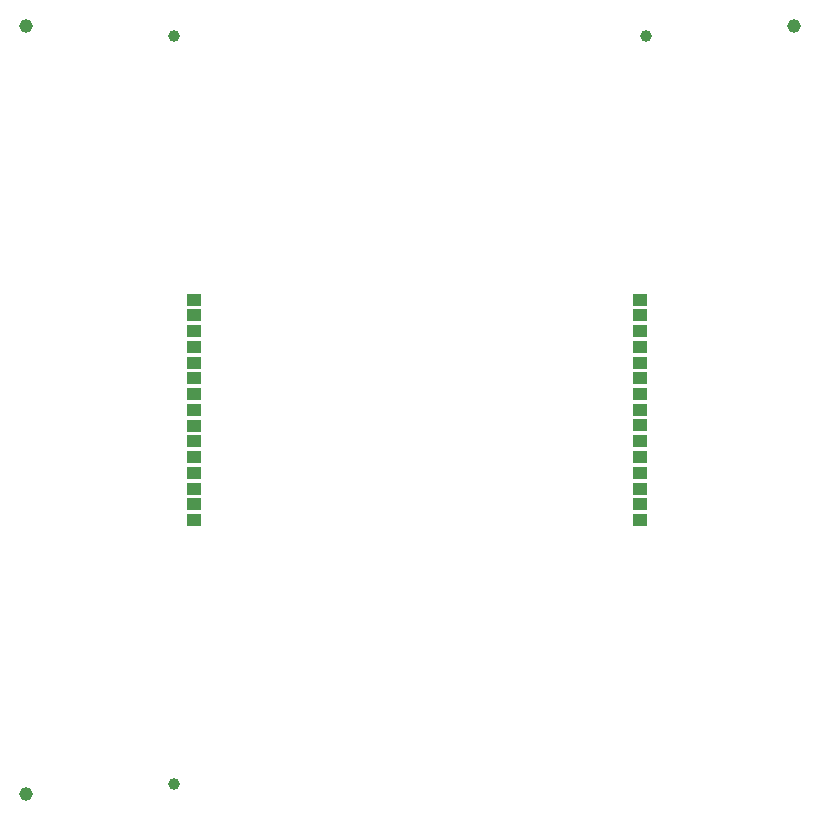
<source format=gbs>
G04 #@! TF.GenerationSoftware,KiCad,Pcbnew,7.0.2-6a45011f42~172~ubuntu22.04.1*
G04 #@! TF.CreationDate,2023-07-03T20:32:52+08:00*
G04 #@! TF.ProjectId,panel_5_1,70616e65-6c5f-4355-9f31-2e6b69636164,rev?*
G04 #@! TF.SameCoordinates,Original*
G04 #@! TF.FileFunction,Soldermask,Bot*
G04 #@! TF.FilePolarity,Negative*
%FSLAX46Y46*%
G04 Gerber Fmt 4.6, Leading zero omitted, Abs format (unit mm)*
G04 Created by KiCad (PCBNEW 7.0.2-6a45011f42~172~ubuntu22.04.1) date 2023-07-03 20:32:52*
%MOMM*%
%LPD*%
G01*
G04 APERTURE LIST*
%ADD10R,1.200000X1.000000*%
%ADD11C,1.152000*%
%ADD12C,1.000000*%
G04 APERTURE END LIST*
D10*
G04 #@! TO.C,J1*
X16727500Y-32330000D03*
G04 #@! TD*
G04 #@! TO.C,J2*
X16727500Y-29680000D03*
G04 #@! TD*
G04 #@! TO.C,J2*
X16727500Y-33680000D03*
G04 #@! TD*
D11*
G04 #@! TO.C,REF\u002A\u002A*
X2500000Y-2500000D03*
G04 #@! TD*
D10*
G04 #@! TO.C,J4*
X54497500Y-39000000D03*
G04 #@! TD*
G04 #@! TO.C,J2*
X16727500Y-37680000D03*
G04 #@! TD*
G04 #@! TO.C,J3*
X16727500Y-27005000D03*
G04 #@! TD*
G04 #@! TO.C,J1*
X16727500Y-44330000D03*
G04 #@! TD*
G04 #@! TO.C,J5*
X54497500Y-44325000D03*
G04 #@! TD*
G04 #@! TO.C,J6*
X54497500Y-29675000D03*
G04 #@! TD*
G04 #@! TO.C,J5*
X54497500Y-28325000D03*
G04 #@! TD*
G04 #@! TO.C,J4*
X54497500Y-43000000D03*
G04 #@! TD*
G04 #@! TO.C,J1*
X16727500Y-28330000D03*
G04 #@! TD*
G04 #@! TO.C,J3*
X16727500Y-31005000D03*
G04 #@! TD*
G04 #@! TO.C,J2*
X16727500Y-25680000D03*
G04 #@! TD*
D11*
G04 #@! TO.C,REF\u002A\u002A*
X67500000Y-2500000D03*
G04 #@! TD*
D10*
G04 #@! TO.C,J5*
X54497500Y-40325000D03*
G04 #@! TD*
G04 #@! TO.C,J5*
X54497500Y-36325000D03*
G04 #@! TD*
G04 #@! TO.C,J3*
X16727500Y-35005000D03*
G04 #@! TD*
G04 #@! TO.C,J4*
X54497500Y-31000000D03*
G04 #@! TD*
G04 #@! TO.C,J6*
X54497500Y-25675000D03*
G04 #@! TD*
G04 #@! TO.C,J6*
X54497500Y-33675000D03*
G04 #@! TD*
D11*
G04 #@! TO.C,REF\u002A\u002A*
X2500000Y-67500000D03*
G04 #@! TD*
D10*
G04 #@! TO.C,J3*
X16727500Y-39005000D03*
G04 #@! TD*
G04 #@! TO.C,J1*
X16727500Y-40330000D03*
G04 #@! TD*
G04 #@! TO.C,J2*
X16727500Y-41680000D03*
G04 #@! TD*
G04 #@! TO.C,J6*
X54497500Y-41675000D03*
G04 #@! TD*
G04 #@! TO.C,J3*
X16727500Y-43005000D03*
G04 #@! TD*
G04 #@! TO.C,J4*
X54497500Y-35000000D03*
G04 #@! TD*
G04 #@! TO.C,J4*
X54497500Y-27000000D03*
G04 #@! TD*
G04 #@! TO.C,J1*
X16727500Y-36330000D03*
G04 #@! TD*
G04 #@! TO.C,J5*
X54497500Y-32325000D03*
G04 #@! TD*
G04 #@! TO.C,J6*
X54497500Y-37675000D03*
G04 #@! TD*
D12*
G04 #@! TO.C,REF\u002A\u002A*
X15000000Y-66650000D03*
G04 #@! TD*
G04 #@! TO.C,REF\u002A\u002A*
X55000000Y-3350000D03*
G04 #@! TD*
G04 #@! TO.C,REF\u002A\u002A*
X15000000Y-3350000D03*
G04 #@! TD*
M02*

</source>
